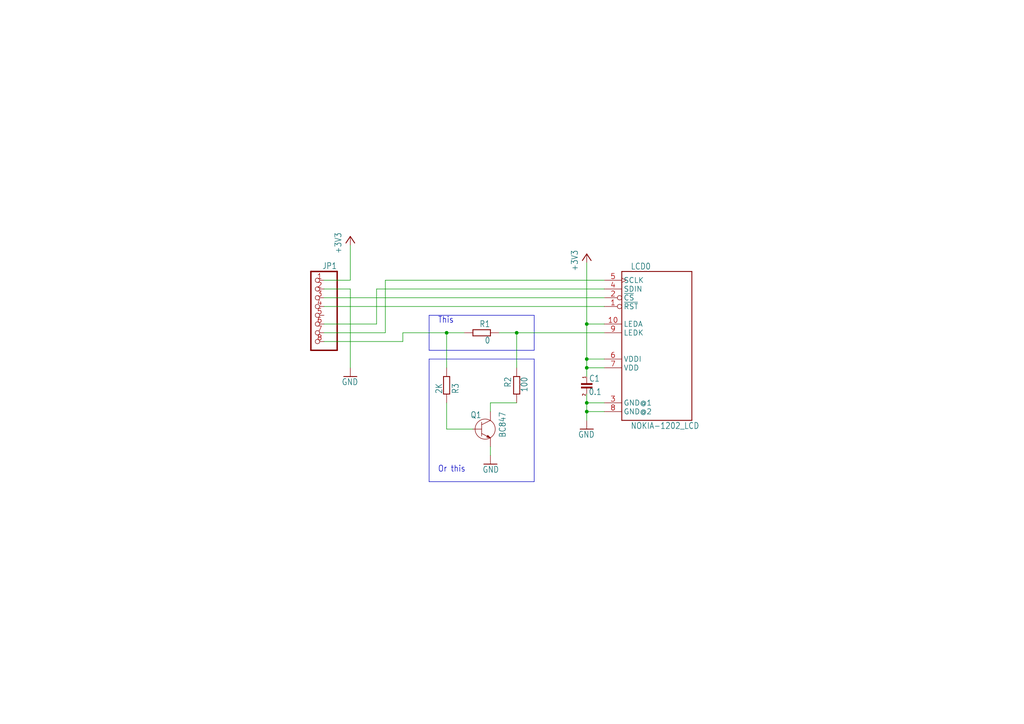
<source format=kicad_sch>
(kicad_sch
	(version 20250114)
	(generator "eeschema")
	(generator_version "9.0")
	(uuid "c49c627b-1c3e-42a8-8251-9263fc7af5f2")
	(paper "A4")
	(lib_symbols
		(symbol "Nokia 1202 breakout-eagle-import:+3V3"
			(power)
			(exclude_from_sim no)
			(in_bom yes)
			(on_board yes)
			(property "Reference" "#+3V3"
				(at 0 0 0)
				(effects
					(font
						(size 1.27 1.27)
					)
					(hide yes)
				)
			)
			(property "Value" ""
				(at -2.54 -5.08 90)
				(effects
					(font
						(size 1.778 1.5113)
					)
					(justify left bottom)
				)
			)
			(property "Footprint" ""
				(at 0 0 0)
				(effects
					(font
						(size 1.27 1.27)
					)
					(hide yes)
				)
			)
			(property "Datasheet" ""
				(at 0 0 0)
				(effects
					(font
						(size 1.27 1.27)
					)
					(hide yes)
				)
			)
			(property "Description" "SUPPLY SYMBOL"
				(at 0 0 0)
				(effects
					(font
						(size 1.27 1.27)
					)
					(hide yes)
				)
			)
			(property "ki_locked" ""
				(at 0 0 0)
				(effects
					(font
						(size 1.27 1.27)
					)
				)
			)
			(symbol "+3V3_1_0"
				(polyline
					(pts
						(xy 0 0) (xy -1.27 -1.905)
					)
					(stroke
						(width 0.254)
						(type solid)
					)
					(fill
						(type none)
					)
				)
				(polyline
					(pts
						(xy 1.27 -1.905) (xy 0 0)
					)
					(stroke
						(width 0.254)
						(type solid)
					)
					(fill
						(type none)
					)
				)
				(pin power_in line
					(at 0 -2.54 90)
					(length 2.54)
					(name "+3V3"
						(effects
							(font
								(size 0 0)
							)
						)
					)
					(number "1"
						(effects
							(font
								(size 0 0)
							)
						)
					)
				)
			)
			(embedded_fonts no)
		)
		(symbol "Nokia 1202 breakout-eagle-import:BC847"
			(exclude_from_sim no)
			(in_bom yes)
			(on_board yes)
			(property "Reference" "Q"
				(at 0 5.08 0)
				(effects
					(font
						(size 1.778 1.5113)
					)
					(justify right top)
				)
			)
			(property "Value" ""
				(at 5.08 5.08 90)
				(effects
					(font
						(size 1.778 1.5113)
					)
					(justify right top)
				)
			)
			(property "Footprint" "Nokia 1202 breakout:SOT23"
				(at 0 0 0)
				(effects
					(font
						(size 1.27 1.27)
					)
					(hide yes)
				)
			)
			(property "Datasheet" ""
				(at 0 0 0)
				(effects
					(font
						(size 1.27 1.27)
					)
					(hide yes)
				)
			)
			(property "Description" "Bipolar transistor NPN-structure"
				(at 0 0 0)
				(effects
					(font
						(size 1.27 1.27)
					)
					(hide yes)
				)
			)
			(property "ki_locked" ""
				(at 0 0 0)
				(effects
					(font
						(size 1.27 1.27)
					)
				)
			)
			(symbol "BC847_1_0"
				(polyline
					(pts
						(xy 0 2.032) (xy 0 1.27)
					)
					(stroke
						(width 0.1524)
						(type solid)
					)
					(fill
						(type none)
					)
				)
				(polyline
					(pts
						(xy 0 1.27) (xy 0 -1.27)
					)
					(stroke
						(width 0.1524)
						(type solid)
					)
					(fill
						(type none)
					)
				)
				(polyline
					(pts
						(xy 0 -1.27) (xy 0 -2.032)
					)
					(stroke
						(width 0.1524)
						(type solid)
					)
					(fill
						(type none)
					)
				)
				(polyline
					(pts
						(xy 0 -1.27) (xy 2.54 -2.54)
					)
					(stroke
						(width 0.1524)
						(type solid)
					)
					(fill
						(type none)
					)
				)
				(circle
					(center 1.016 0)
					(radius 2.921)
					(stroke
						(width 0.1524)
						(type solid)
					)
					(fill
						(type none)
					)
				)
				(polyline
					(pts
						(xy 1.4732 -2.3622) (xy 1.7526 -1.778)
					)
					(stroke
						(width 0.1524)
						(type solid)
					)
					(fill
						(type none)
					)
				)
				(polyline
					(pts
						(xy 1.4732 -2.3622) (xy 2.54 -2.54)
					)
					(stroke
						(width 0.1524)
						(type solid)
					)
					(fill
						(type none)
					)
				)
				(polyline
					(pts
						(xy 1.6002 -2.2352) (xy 2.032 -2.3368)
					)
					(stroke
						(width 0.1524)
						(type solid)
					)
					(fill
						(type none)
					)
				)
				(polyline
					(pts
						(xy 1.7272 -1.9558) (xy 2.2606 -2.3368)
					)
					(stroke
						(width 0.1524)
						(type solid)
					)
					(fill
						(type none)
					)
				)
				(polyline
					(pts
						(xy 1.7526 -1.778) (xy 2.54 -2.54)
					)
					(stroke
						(width 0.1524)
						(type solid)
					)
					(fill
						(type none)
					)
				)
				(polyline
					(pts
						(xy 2.54 2.54) (xy 0 1.27)
					)
					(stroke
						(width 0.1524)
						(type solid)
					)
					(fill
						(type none)
					)
				)
				(pin passive line
					(at -2.54 0 0)
					(length 2.54)
					(name "B"
						(effects
							(font
								(size 0 0)
							)
						)
					)
					(number "1"
						(effects
							(font
								(size 0 0)
							)
						)
					)
				)
				(pin passive line
					(at 2.54 5.08 270)
					(length 2.54)
					(name "C"
						(effects
							(font
								(size 0 0)
							)
						)
					)
					(number "3"
						(effects
							(font
								(size 0 0)
							)
						)
					)
				)
				(pin passive line
					(at 2.54 -5.08 90)
					(length 2.54)
					(name "E"
						(effects
							(font
								(size 0 0)
							)
						)
					)
					(number "2"
						(effects
							(font
								(size 0 0)
							)
						)
					)
				)
			)
			(embedded_fonts no)
		)
		(symbol "Nokia 1202 breakout-eagle-import:C_0805"
			(exclude_from_sim no)
			(in_bom yes)
			(on_board yes)
			(property "Reference" "C"
				(at 0.635 1.016 0)
				(effects
					(font
						(size 1.778 1.5113)
					)
					(justify left bottom)
				)
			)
			(property "Value" ""
				(at 0.508 -2.8575 0)
				(effects
					(font
						(size 1.778 1.5113)
					)
					(justify left bottom)
				)
			)
			(property "Footprint" "Nokia 1202 breakout:C0805"
				(at 0 0 0)
				(effects
					(font
						(size 1.27 1.27)
					)
					(hide yes)
				)
			)
			(property "Datasheet" ""
				(at 0 0 0)
				(effects
					(font
						(size 1.27 1.27)
					)
					(hide yes)
				)
			)
			(property "Description" "NON-POLARIZED CAP"
				(at 0 0 0)
				(effects
					(font
						(size 1.27 1.27)
					)
					(hide yes)
				)
			)
			(property "ki_locked" ""
				(at 0 0 0)
				(effects
					(font
						(size 1.27 1.27)
					)
				)
			)
			(symbol "C_0805_1_0"
				(polyline
					(pts
						(xy -1.524 0.508) (xy -1.524 0.254)
					)
					(stroke
						(width 0.254)
						(type solid)
					)
					(fill
						(type none)
					)
				)
				(polyline
					(pts
						(xy -1.524 0.254) (xy 1.524 0.254)
					)
					(stroke
						(width 0.254)
						(type solid)
					)
					(fill
						(type none)
					)
				)
				(polyline
					(pts
						(xy -1.524 -0.508) (xy 1.524 -0.508)
					)
					(stroke
						(width 0.254)
						(type solid)
					)
					(fill
						(type none)
					)
				)
				(polyline
					(pts
						(xy -1.524 -0.762) (xy -1.524 -0.508)
					)
					(stroke
						(width 0.254)
						(type solid)
					)
					(fill
						(type none)
					)
				)
				(polyline
					(pts
						(xy 0 2.54) (xy 0 0.635)
					)
					(stroke
						(width 0.1524)
						(type solid)
					)
					(fill
						(type none)
					)
				)
				(polyline
					(pts
						(xy 0 -2.54) (xy 0 -0.635)
					)
					(stroke
						(width 0.1524)
						(type solid)
					)
					(fill
						(type none)
					)
				)
				(polyline
					(pts
						(xy 1.524 0.508) (xy -1.524 0.508)
					)
					(stroke
						(width 0.254)
						(type solid)
					)
					(fill
						(type none)
					)
				)
				(polyline
					(pts
						(xy 1.524 0.254) (xy 1.524 0.508)
					)
					(stroke
						(width 0.254)
						(type solid)
					)
					(fill
						(type none)
					)
				)
				(polyline
					(pts
						(xy 1.524 -0.508) (xy 1.524 -0.762)
					)
					(stroke
						(width 0.254)
						(type solid)
					)
					(fill
						(type none)
					)
				)
				(polyline
					(pts
						(xy 1.524 -0.762) (xy -1.524 -0.762)
					)
					(stroke
						(width 0.254)
						(type solid)
					)
					(fill
						(type none)
					)
				)
				(text "1"
					(at -1.27 2.794 900)
					(effects
						(font
							(size 0.8636 0.734)
						)
						(justify right top)
					)
				)
				(text "2"
					(at -1.27 -2.286 900)
					(effects
						(font
							(size 0.8636 0.734)
						)
						(justify right top)
					)
				)
				(pin passive line
					(at 0 2.54 270)
					(length 0)
					(name "1"
						(effects
							(font
								(size 0 0)
							)
						)
					)
					(number "1"
						(effects
							(font
								(size 0 0)
							)
						)
					)
				)
				(pin passive line
					(at 0 -2.54 90)
					(length 0)
					(name "2"
						(effects
							(font
								(size 0 0)
							)
						)
					)
					(number "2"
						(effects
							(font
								(size 0 0)
							)
						)
					)
				)
			)
			(embedded_fonts no)
		)
		(symbol "Nokia 1202 breakout-eagle-import:GND"
			(power)
			(exclude_from_sim no)
			(in_bom yes)
			(on_board yes)
			(property "Reference" "#GND"
				(at 0 0 0)
				(effects
					(font
						(size 1.27 1.27)
					)
					(hide yes)
				)
			)
			(property "Value" ""
				(at -2.54 -2.54 0)
				(effects
					(font
						(size 1.778 1.5113)
					)
					(justify left bottom)
				)
			)
			(property "Footprint" ""
				(at 0 0 0)
				(effects
					(font
						(size 1.27 1.27)
					)
					(hide yes)
				)
			)
			(property "Datasheet" ""
				(at 0 0 0)
				(effects
					(font
						(size 1.27 1.27)
					)
					(hide yes)
				)
			)
			(property "Description" "SUPPLY SYMBOL"
				(at 0 0 0)
				(effects
					(font
						(size 1.27 1.27)
					)
					(hide yes)
				)
			)
			(property "ki_locked" ""
				(at 0 0 0)
				(effects
					(font
						(size 1.27 1.27)
					)
				)
			)
			(symbol "GND_1_0"
				(polyline
					(pts
						(xy -1.905 0) (xy 1.905 0)
					)
					(stroke
						(width 0.254)
						(type solid)
					)
					(fill
						(type none)
					)
				)
				(pin power_in line
					(at 0 2.54 270)
					(length 2.54)
					(name "GND"
						(effects
							(font
								(size 0 0)
							)
						)
					)
					(number "1"
						(effects
							(font
								(size 0 0)
							)
						)
					)
				)
			)
			(embedded_fonts no)
		)
		(symbol "Nokia 1202 breakout-eagle-import:NOKIA-1202_LCD"
			(exclude_from_sim no)
			(in_bom yes)
			(on_board yes)
			(property "Reference" ""
				(at -7.62 23.368 0)
				(effects
					(font
						(size 1.778 1.5113)
					)
					(justify left bottom)
				)
			)
			(property "Value" ""
				(at -7.62 -22.86 0)
				(effects
					(font
						(size 1.778 1.5113)
					)
					(justify left bottom)
				)
			)
			(property "Footprint" "Nokia 1202 breakout:NOKIA-1202_LCD"
				(at 0 0 0)
				(effects
					(font
						(size 1.27 1.27)
					)
					(hide yes)
				)
			)
			(property "Datasheet" ""
				(at 0 0 0)
				(effects
					(font
						(size 1.27 1.27)
					)
					(hide yes)
				)
			)
			(property "Description" ""
				(at 0 0 0)
				(effects
					(font
						(size 1.27 1.27)
					)
					(hide yes)
				)
			)
			(property "ki_locked" ""
				(at 0 0 0)
				(effects
					(font
						(size 1.27 1.27)
					)
				)
			)
			(symbol "NOKIA-1202_LCD_1_0"
				(polyline
					(pts
						(xy -10.16 22.86) (xy 10.16 22.86)
					)
					(stroke
						(width 0.254)
						(type solid)
					)
					(fill
						(type none)
					)
				)
				(polyline
					(pts
						(xy -10.16 -20.32) (xy -10.16 22.86)
					)
					(stroke
						(width 0.254)
						(type solid)
					)
					(fill
						(type none)
					)
				)
				(polyline
					(pts
						(xy 10.16 22.86) (xy 10.16 -20.32)
					)
					(stroke
						(width 0.254)
						(type solid)
					)
					(fill
						(type none)
					)
				)
				(polyline
					(pts
						(xy 10.16 -20.32) (xy -10.16 -20.32)
					)
					(stroke
						(width 0.254)
						(type solid)
					)
					(fill
						(type none)
					)
				)
				(pin input clock
					(at -15.24 20.32 0)
					(length 5.08)
					(name "SCLK"
						(effects
							(font
								(size 1.524 1.524)
							)
						)
					)
					(number "5"
						(effects
							(font
								(size 1.524 1.524)
							)
						)
					)
				)
				(pin input line
					(at -15.24 17.78 0)
					(length 5.08)
					(name "SDIN"
						(effects
							(font
								(size 1.524 1.524)
							)
						)
					)
					(number "4"
						(effects
							(font
								(size 1.524 1.524)
							)
						)
					)
				)
				(pin input inverted
					(at -15.24 15.24 0)
					(length 5.08)
					(name "~{CS}"
						(effects
							(font
								(size 1.524 1.524)
							)
						)
					)
					(number "2"
						(effects
							(font
								(size 1.524 1.524)
							)
						)
					)
				)
				(pin input inverted
					(at -15.24 12.7 0)
					(length 5.08)
					(name "~{RST}"
						(effects
							(font
								(size 1.524 1.524)
							)
						)
					)
					(number "1"
						(effects
							(font
								(size 1.524 1.524)
							)
						)
					)
				)
				(pin passive line
					(at -15.24 7.62 0)
					(length 5.08)
					(name "LEDA"
						(effects
							(font
								(size 1.524 1.524)
							)
						)
					)
					(number "10"
						(effects
							(font
								(size 1.524 1.524)
							)
						)
					)
				)
				(pin passive line
					(at -15.24 5.08 0)
					(length 5.08)
					(name "LEDK"
						(effects
							(font
								(size 1.524 1.524)
							)
						)
					)
					(number "9"
						(effects
							(font
								(size 1.524 1.524)
							)
						)
					)
				)
				(pin power_in line
					(at -15.24 -2.54 0)
					(length 5.08)
					(name "VDDI"
						(effects
							(font
								(size 1.524 1.524)
							)
						)
					)
					(number "6"
						(effects
							(font
								(size 1.524 1.524)
							)
						)
					)
				)
				(pin power_in line
					(at -15.24 -5.08 0)
					(length 5.08)
					(name "VDD"
						(effects
							(font
								(size 1.524 1.524)
							)
						)
					)
					(number "7"
						(effects
							(font
								(size 1.524 1.524)
							)
						)
					)
				)
				(pin power_in line
					(at -15.24 -15.24 0)
					(length 5.08)
					(name "GND@1"
						(effects
							(font
								(size 1.524 1.524)
							)
						)
					)
					(number "3"
						(effects
							(font
								(size 1.524 1.524)
							)
						)
					)
				)
				(pin power_in line
					(at -15.24 -17.78 0)
					(length 5.08)
					(name "GND@2"
						(effects
							(font
								(size 1.524 1.524)
							)
						)
					)
					(number "8"
						(effects
							(font
								(size 1.524 1.524)
							)
						)
					)
				)
			)
			(embedded_fonts no)
		)
		(symbol "Nokia 1202 breakout-eagle-import:PINHD-1X8"
			(exclude_from_sim no)
			(in_bom yes)
			(on_board yes)
			(property "Reference" "JP"
				(at -6.35 13.335 0)
				(effects
					(font
						(size 1.778 1.5113)
					)
					(justify left bottom)
				)
			)
			(property "Value" ""
				(at -6.35 -12.7 0)
				(effects
					(font
						(size 1.778 1.5113)
					)
					(justify left bottom)
				)
			)
			(property "Footprint" "Nokia 1202 breakout:1X08"
				(at 0 0 0)
				(effects
					(font
						(size 1.27 1.27)
					)
					(hide yes)
				)
			)
			(property "Datasheet" ""
				(at 0 0 0)
				(effects
					(font
						(size 1.27 1.27)
					)
					(hide yes)
				)
			)
			(property "Description" "PIN HEADER"
				(at 0 0 0)
				(effects
					(font
						(size 1.27 1.27)
					)
					(hide yes)
				)
			)
			(property "ki_locked" ""
				(at 0 0 0)
				(effects
					(font
						(size 1.27 1.27)
					)
				)
			)
			(symbol "PINHD-1X8_1_0"
				(polyline
					(pts
						(xy -6.35 12.7) (xy -6.35 -10.16)
					)
					(stroke
						(width 0.4064)
						(type solid)
					)
					(fill
						(type none)
					)
				)
				(polyline
					(pts
						(xy -6.35 -10.16) (xy 1.27 -10.16)
					)
					(stroke
						(width 0.4064)
						(type solid)
					)
					(fill
						(type none)
					)
				)
				(polyline
					(pts
						(xy 1.27 12.7) (xy -6.35 12.7)
					)
					(stroke
						(width 0.4064)
						(type solid)
					)
					(fill
						(type none)
					)
				)
				(polyline
					(pts
						(xy 1.27 -10.16) (xy 1.27 12.7)
					)
					(stroke
						(width 0.4064)
						(type solid)
					)
					(fill
						(type none)
					)
				)
				(pin passive inverted
					(at -2.54 10.16 0)
					(length 2.54)
					(name "1"
						(effects
							(font
								(size 0 0)
							)
						)
					)
					(number "1"
						(effects
							(font
								(size 1.524 1.524)
							)
						)
					)
				)
				(pin passive inverted
					(at -2.54 7.62 0)
					(length 2.54)
					(name "2"
						(effects
							(font
								(size 0 0)
							)
						)
					)
					(number "2"
						(effects
							(font
								(size 1.524 1.524)
							)
						)
					)
				)
				(pin passive inverted
					(at -2.54 5.08 0)
					(length 2.54)
					(name "3"
						(effects
							(font
								(size 0 0)
							)
						)
					)
					(number "3"
						(effects
							(font
								(size 1.524 1.524)
							)
						)
					)
				)
				(pin passive inverted
					(at -2.54 2.54 0)
					(length 2.54)
					(name "4"
						(effects
							(font
								(size 0 0)
							)
						)
					)
					(number "4"
						(effects
							(font
								(size 1.524 1.524)
							)
						)
					)
				)
				(pin passive inverted
					(at -2.54 0 0)
					(length 2.54)
					(name "5"
						(effects
							(font
								(size 0 0)
							)
						)
					)
					(number "5"
						(effects
							(font
								(size 1.524 1.524)
							)
						)
					)
				)
				(pin passive inverted
					(at -2.54 -2.54 0)
					(length 2.54)
					(name "6"
						(effects
							(font
								(size 0 0)
							)
						)
					)
					(number "6"
						(effects
							(font
								(size 1.524 1.524)
							)
						)
					)
				)
				(pin passive inverted
					(at -2.54 -5.08 0)
					(length 2.54)
					(name "7"
						(effects
							(font
								(size 0 0)
							)
						)
					)
					(number "7"
						(effects
							(font
								(size 1.524 1.524)
							)
						)
					)
				)
				(pin passive inverted
					(at -2.54 -7.62 0)
					(length 2.54)
					(name "8"
						(effects
							(font
								(size 0 0)
							)
						)
					)
					(number "8"
						(effects
							(font
								(size 1.524 1.524)
							)
						)
					)
				)
			)
			(embedded_fonts no)
		)
		(symbol "Nokia 1202 breakout-eagle-import:R_0805"
			(exclude_from_sim no)
			(in_bom yes)
			(on_board yes)
			(property "Reference" "R"
				(at -2.54 1.5875 0)
				(effects
					(font
						(size 1.778 1.5113)
					)
					(justify left bottom)
				)
			)
			(property "Value" ""
				(at -2.54 -3.175 0)
				(effects
					(font
						(size 1.778 1.5113)
					)
					(justify left bottom)
				)
			)
			(property "Footprint" "Nokia 1202 breakout:R0805"
				(at 0 0 0)
				(effects
					(font
						(size 1.27 1.27)
					)
					(hide yes)
				)
			)
			(property "Datasheet" ""
				(at 0 0 0)
				(effects
					(font
						(size 1.27 1.27)
					)
					(hide yes)
				)
			)
			(property "Description" "RESISTOR"
				(at 0 0 0)
				(effects
					(font
						(size 1.27 1.27)
					)
					(hide yes)
				)
			)
			(property "ki_locked" ""
				(at 0 0 0)
				(effects
					(font
						(size 1.27 1.27)
					)
				)
			)
			(symbol "R_0805_1_0"
				(polyline
					(pts
						(xy -2.54 0.889) (xy 2.54 0.889)
					)
					(stroke
						(width 0.254)
						(type solid)
					)
					(fill
						(type none)
					)
				)
				(polyline
					(pts
						(xy -2.54 -0.889) (xy -2.54 0.889)
					)
					(stroke
						(width 0.254)
						(type solid)
					)
					(fill
						(type none)
					)
				)
				(polyline
					(pts
						(xy 2.54 0.889) (xy 2.54 -0.889)
					)
					(stroke
						(width 0.254)
						(type solid)
					)
					(fill
						(type none)
					)
				)
				(polyline
					(pts
						(xy 2.54 -0.889) (xy -2.54 -0.889)
					)
					(stroke
						(width 0.254)
						(type solid)
					)
					(fill
						(type none)
					)
				)
				(pin passive line
					(at -5.08 0 0)
					(length 2.54)
					(name "1"
						(effects
							(font
								(size 0 0)
							)
						)
					)
					(number "1"
						(effects
							(font
								(size 0 0)
							)
						)
					)
				)
				(pin passive line
					(at 5.08 0 180)
					(length 2.54)
					(name "2"
						(effects
							(font
								(size 0 0)
							)
						)
					)
					(number "2"
						(effects
							(font
								(size 0 0)
							)
						)
					)
				)
			)
			(embedded_fonts no)
		)
	)
	(text "This"
		(exclude_from_sim no)
		(at 127 93.98 0)
		(effects
			(font
				(size 1.778 1.5113)
			)
			(justify left bottom)
		)
		(uuid "3d8f741b-58a4-46ea-9bc6-31f1a4fbf8f0")
	)
	(text "Or this"
		(exclude_from_sim no)
		(at 127 137.16 0)
		(effects
			(font
				(size 1.778 1.5113)
			)
			(justify left bottom)
		)
		(uuid "b8bbf9ac-0b51-47df-b736-4ea5f1f62e44")
	)
	(junction
		(at 170.18 93.98)
		(diameter 0)
		(color 0 0 0 0)
		(uuid "0498ef21-7611-482f-834a-d114472e1019")
	)
	(junction
		(at 170.18 116.84)
		(diameter 0)
		(color 0 0 0 0)
		(uuid "06631fac-7364-45b9-b0d4-ae897326d3d9")
	)
	(junction
		(at 170.18 104.14)
		(diameter 0)
		(color 0 0 0 0)
		(uuid "0a70e7f7-b261-4171-9e27-b3347a9529bf")
	)
	(junction
		(at 129.54 96.52)
		(diameter 0)
		(color 0 0 0 0)
		(uuid "1962783b-859b-44c5-9d99-5f304b03649f")
	)
	(junction
		(at 170.18 106.68)
		(diameter 0)
		(color 0 0 0 0)
		(uuid "b6eef17d-be8e-48a8-bbdb-b444262993c9")
	)
	(junction
		(at 149.86 96.52)
		(diameter 0)
		(color 0 0 0 0)
		(uuid "d7ff6ce6-bf52-4ce2-a592-e55ba77e2681")
	)
	(junction
		(at 170.18 119.38)
		(diameter 0)
		(color 0 0 0 0)
		(uuid "d82e4fdd-d31b-4e68-900f-7103d758b2aa")
	)
	(wire
		(pts
			(xy 175.26 106.68) (xy 170.18 106.68)
		)
		(stroke
			(width 0.1524)
			(type solid)
		)
		(uuid "02b60094-fc6f-4d66-9519-90c78b037e5d")
	)
	(wire
		(pts
			(xy 111.76 81.28) (xy 175.26 81.28)
		)
		(stroke
			(width 0.1524)
			(type solid)
		)
		(uuid "05672aba-3421-461a-8c56-c7a0e03a3f07")
	)
	(wire
		(pts
			(xy 175.26 93.98) (xy 170.18 93.98)
		)
		(stroke
			(width 0.1524)
			(type solid)
		)
		(uuid "0e7d6690-bcaa-47a7-ae03-0babad9040db")
	)
	(wire
		(pts
			(xy 111.76 96.52) (xy 111.76 81.28)
		)
		(stroke
			(width 0.1524)
			(type solid)
		)
		(uuid "110ace95-6e2b-4609-a988-4a5fda6eacf3")
	)
	(wire
		(pts
			(xy 116.84 96.52) (xy 129.54 96.52)
		)
		(stroke
			(width 0.1524)
			(type solid)
		)
		(uuid "1177c259-2883-43b5-bf02-d4f0ff5b13ce")
	)
	(polyline
		(pts
			(xy 124.46 104.14) (xy 124.46 139.7)
		)
		(stroke
			(width 0.1524)
			(type solid)
		)
		(uuid "12dbb2aa-1632-4a9b-a360-bd99d4cf59d9")
	)
	(wire
		(pts
			(xy 93.98 88.9) (xy 175.26 88.9)
		)
		(stroke
			(width 0.1524)
			(type solid)
		)
		(uuid "195207b7-5ec1-49f2-93be-92fe9c72b4a5")
	)
	(wire
		(pts
			(xy 142.24 116.84) (xy 142.24 119.38)
		)
		(stroke
			(width 0.1524)
			(type solid)
		)
		(uuid "233a97bc-68c0-4330-b8bd-9b3e1dd88c4c")
	)
	(wire
		(pts
			(xy 93.98 96.52) (xy 111.76 96.52)
		)
		(stroke
			(width 0.1524)
			(type solid)
		)
		(uuid "34114c5a-7b25-46f3-8837-14804f21ca68")
	)
	(wire
		(pts
			(xy 93.98 93.98) (xy 109.22 93.98)
		)
		(stroke
			(width 0.1524)
			(type solid)
		)
		(uuid "40a0004b-43ed-4f31-9eb8-c40af3888e4f")
	)
	(wire
		(pts
			(xy 149.86 116.84) (xy 142.24 116.84)
		)
		(stroke
			(width 0.1524)
			(type solid)
		)
		(uuid "4436eb36-632c-47e8-8efd-a7c8f61a92d3")
	)
	(wire
		(pts
			(xy 170.18 119.38) (xy 170.18 121.92)
		)
		(stroke
			(width 0.1524)
			(type solid)
		)
		(uuid "44dde5f0-8e42-401d-845e-73492243eda4")
	)
	(wire
		(pts
			(xy 175.26 96.52) (xy 149.86 96.52)
		)
		(stroke
			(width 0.1524)
			(type solid)
		)
		(uuid "4ae58f7a-1115-4390-a8b8-4b13611aa328")
	)
	(wire
		(pts
			(xy 129.54 106.68) (xy 129.54 96.52)
		)
		(stroke
			(width 0.1524)
			(type solid)
		)
		(uuid "4fc69474-e44c-4908-92d8-958e484f61f7")
	)
	(polyline
		(pts
			(xy 124.46 91.44) (xy 154.94 91.44)
		)
		(stroke
			(width 0.1524)
			(type solid)
		)
		(uuid "582e33ee-ee3e-4f8c-926c-dc0b7fe2b1e7")
	)
	(wire
		(pts
			(xy 116.84 99.06) (xy 116.84 96.52)
		)
		(stroke
			(width 0.1524)
			(type solid)
		)
		(uuid "61eb87ff-6714-4f4c-a268-c6677e27ccd2")
	)
	(polyline
		(pts
			(xy 124.46 139.7) (xy 154.94 139.7)
		)
		(stroke
			(width 0.1524)
			(type solid)
		)
		(uuid "66d1d1bd-07c6-4387-974a-d4fe9359d999")
	)
	(wire
		(pts
			(xy 134.62 96.52) (xy 129.54 96.52)
		)
		(stroke
			(width 0.1524)
			(type solid)
		)
		(uuid "70a915c1-24e2-4e34-ab00-a682b8a142b0")
	)
	(wire
		(pts
			(xy 109.22 93.98) (xy 109.22 83.82)
		)
		(stroke
			(width 0.1524)
			(type solid)
		)
		(uuid "755ca5d2-2bd4-48cf-b96a-dac63ceb098e")
	)
	(wire
		(pts
			(xy 149.86 96.52) (xy 144.78 96.52)
		)
		(stroke
			(width 0.1524)
			(type solid)
		)
		(uuid "784d3f0b-b6f5-44fe-982d-928ffcf6c43f")
	)
	(wire
		(pts
			(xy 109.22 83.82) (xy 175.26 83.82)
		)
		(stroke
			(width 0.1524)
			(type solid)
		)
		(uuid "7964ce5e-04c3-43ca-8df1-58b06f569184")
	)
	(polyline
		(pts
			(xy 154.94 139.7) (xy 154.94 104.14)
		)
		(stroke
			(width 0.1524)
			(type solid)
		)
		(uuid "86b944a2-cd01-465b-8f10-8ae15a13a48a")
	)
	(wire
		(pts
			(xy 93.98 81.28) (xy 101.6 81.28)
		)
		(stroke
			(width 0.1524)
			(type solid)
		)
		(uuid "92a0c29e-26a6-4553-a15d-07505bb69b25")
	)
	(wire
		(pts
			(xy 170.18 93.98) (xy 170.18 76.2)
		)
		(stroke
			(width 0.1524)
			(type solid)
		)
		(uuid "94705470-298b-4adf-8f6f-a69203ff6a65")
	)
	(wire
		(pts
			(xy 101.6 83.82) (xy 101.6 106.68)
		)
		(stroke
			(width 0.1524)
			(type solid)
		)
		(uuid "9d93b47a-7386-4d4e-8a8c-896fb7f7a9ad")
	)
	(wire
		(pts
			(xy 170.18 104.14) (xy 170.18 93.98)
		)
		(stroke
			(width 0.1524)
			(type solid)
		)
		(uuid "a66d0d8e-c701-4632-b37e-d65e8de511f0")
	)
	(wire
		(pts
			(xy 101.6 81.28) (xy 101.6 71.12)
		)
		(stroke
			(width 0.1524)
			(type solid)
		)
		(uuid "b5bc65f7-f14c-423d-9d78-55e5a699f788")
	)
	(wire
		(pts
			(xy 175.26 119.38) (xy 170.18 119.38)
		)
		(stroke
			(width 0.1524)
			(type solid)
		)
		(uuid "b9c18b94-9dd8-4333-b3a3-dcd1a05719b7")
	)
	(wire
		(pts
			(xy 93.98 99.06) (xy 116.84 99.06)
		)
		(stroke
			(width 0.1524)
			(type solid)
		)
		(uuid "c1a37034-4d6a-4f85-abc3-bbdc0b0d55d5")
	)
	(wire
		(pts
			(xy 93.98 86.36) (xy 175.26 86.36)
		)
		(stroke
			(width 0.1524)
			(type solid)
		)
		(uuid "c2ea19c6-b4dc-4ec7-8808-6d05c64d392b")
	)
	(wire
		(pts
			(xy 170.18 104.14) (xy 175.26 104.14)
		)
		(stroke
			(width 0.1524)
			(type solid)
		)
		(uuid "c8cdf2d9-9772-4832-a41a-bdc2d68843be")
	)
	(wire
		(pts
			(xy 137.16 124.46) (xy 129.54 124.46)
		)
		(stroke
			(width 0.1524)
			(type solid)
		)
		(uuid "ce5f49f8-52b7-4838-b160-f2ca365a856c")
	)
	(wire
		(pts
			(xy 170.18 119.38) (xy 170.18 116.84)
		)
		(stroke
			(width 0.1524)
			(type solid)
		)
		(uuid "d081ed3e-3ae8-4aa9-8c75-b3445674749d")
	)
	(wire
		(pts
			(xy 170.18 109.22) (xy 170.18 106.68)
		)
		(stroke
			(width 0.1524)
			(type solid)
		)
		(uuid "db2c2092-80e2-4263-a371-921224c05ad9")
	)
	(wire
		(pts
			(xy 149.86 96.52) (xy 149.86 106.68)
		)
		(stroke
			(width 0.1524)
			(type solid)
		)
		(uuid "df400b80-23a3-4b3d-a201-2130fa08af76")
	)
	(polyline
		(pts
			(xy 124.46 101.6) (xy 124.46 91.44)
		)
		(stroke
			(width 0.1524)
			(type solid)
		)
		(uuid "e0f4a4d7-27fa-4f7a-9650-a2bd536ef787")
	)
	(wire
		(pts
			(xy 93.98 83.82) (xy 101.6 83.82)
		)
		(stroke
			(width 0.1524)
			(type solid)
		)
		(uuid "e5433358-9b45-4d39-9def-e3541ae5eb1c")
	)
	(wire
		(pts
			(xy 129.54 124.46) (xy 129.54 116.84)
		)
		(stroke
			(width 0.1524)
			(type solid)
		)
		(uuid "ec61c0d3-268a-4b33-93cf-7be2d822283b")
	)
	(wire
		(pts
			(xy 142.24 132.08) (xy 142.24 129.54)
		)
		(stroke
			(width 0.1524)
			(type solid)
		)
		(uuid "ef49f61e-e34b-4544-8a39-4a0051ba0d69")
	)
	(polyline
		(pts
			(xy 154.94 91.44) (xy 154.94 101.6)
		)
		(stroke
			(width 0.1524)
			(type solid)
		)
		(uuid "f1c08d8b-a256-429f-a0da-57eee02f39de")
	)
	(polyline
		(pts
			(xy 154.94 101.6) (xy 124.46 101.6)
		)
		(stroke
			(width 0.1524)
			(type solid)
		)
		(uuid "f423e99d-9c95-44be-b757-aa470209fe1e")
	)
	(wire
		(pts
			(xy 175.26 116.84) (xy 170.18 116.84)
		)
		(stroke
			(width 0.1524)
			(type solid)
		)
		(uuid "f6d6e4bc-7584-4329-bf89-d654eef70e9b")
	)
	(wire
		(pts
			(xy 170.18 116.84) (xy 170.18 114.3)
		)
		(stroke
			(width 0.1524)
			(type solid)
		)
		(uuid "fd029158-66d5-4265-8375-83646f4b1acc")
	)
	(polyline
		(pts
			(xy 154.94 104.14) (xy 124.46 104.14)
		)
		(stroke
			(width 0.1524)
			(type solid)
		)
		(uuid "ff1de0ae-ceab-4b9e-8640-215af4a32d77")
	)
	(wire
		(pts
			(xy 170.18 104.14) (xy 170.18 106.68)
		)
		(stroke
			(width 0.1524)
			(type solid)
		)
		(uuid "ffc4b7a5-5627-4d61-a7ff-fcfd1885f883")
	)
	(symbol
		(lib_id "Nokia 1202 breakout-eagle-import:R_0805")
		(at 149.86 111.76 90)
		(mirror x)
		(unit 1)
		(exclude_from_sim no)
		(in_bom yes)
		(on_board yes)
		(dnp no)
		(uuid "005741f1-63a0-4e17-9f0f-30e7105ba476")
		(property "Reference" "R2"
			(at 148.2725 109.22 0)
			(effects
				(font
					(size 1.778 1.5113)
				)
				(justify left bottom)
			)
		)
		(property "Value" "100"
			(at 153.035 109.22 0)
			(effects
				(font
					(size 1.778 1.5113)
				)
				(justify left bottom)
			)
		)
		(property "Footprint" "Resistor_SMD:R_1206_3216Metric_Pad1.30x1.75mm_HandSolder"
			(at 149.86 111.76 0)
			(effects
				(font
					(size 1.27 1.27)
				)
				(hide yes)
			)
		)
		(property "Datasheet" ""
			(at 149.86 111.76 0)
			(effects
				(font
					(size 1.27 1.27)
				)
				(hide yes)
			)
		)
		(property "Description" ""
			(at 149.86 111.76 0)
			(effects
				(font
					(size 1.27 1.27)
				)
				(hide yes)
			)
		)
		(pin "1"
			(uuid "8ba50263-04e4-4ec3-bf7b-da1544c14000")
		)
		(pin "2"
			(uuid "871af791-f21c-436b-8251-d682f3441cfb")
		)
		(instances
			(project ""
				(path "/c49c627b-1c3e-42a8-8251-9263fc7af5f2"
					(reference "R2")
					(unit 1)
				)
			)
		)
	)
	(symbol
		(lib_id "Nokia 1202 breakout-eagle-import:R_0805")
		(at 129.54 111.76 270)
		(mirror x)
		(unit 1)
		(exclude_from_sim no)
		(in_bom yes)
		(on_board yes)
		(dnp no)
		(uuid "27dd9cc2-acf8-4458-bb4f-78b85dca25af")
		(property "Reference" "R3"
			(at 131.1275 114.3 0)
			(effects
				(font
					(size 1.778 1.5113)
				)
				(justify left bottom)
			)
		)
		(property "Value" "2K"
			(at 126.365 114.3 0)
			(effects
				(font
					(size 1.778 1.5113)
				)
				(justify left bottom)
			)
		)
		(property "Footprint" "Resistor_SMD:R_1206_3216Metric_Pad1.30x1.75mm_HandSolder"
			(at 129.54 111.76 0)
			(effects
				(font
					(size 1.27 1.27)
				)
				(hide yes)
			)
		)
		(property "Datasheet" ""
			(at 129.54 111.76 0)
			(effects
				(font
					(size 1.27 1.27)
				)
				(hide yes)
			)
		)
		(property "Description" ""
			(at 129.54 111.76 0)
			(effects
				(font
					(size 1.27 1.27)
				)
				(hide yes)
			)
		)
		(pin "1"
			(uuid "92463847-5096-40c1-b446-7a4e2cf77091")
		)
		(pin "2"
			(uuid "12f7a9e3-c2ec-4647-af70-42944b4eda45")
		)
		(instances
			(project ""
				(path "/c49c627b-1c3e-42a8-8251-9263fc7af5f2"
					(reference "R3")
					(unit 1)
				)
			)
		)
	)
	(symbol
		(lib_id "Nokia 1202 breakout-eagle-import:+3V3")
		(at 101.6 68.58 0)
		(unit 1)
		(exclude_from_sim no)
		(in_bom yes)
		(on_board yes)
		(dnp no)
		(uuid "4e720f9d-e6df-477e-8425-a1cd781eaa03")
		(property "Reference" "#+3V4"
			(at 101.6 68.58 0)
			(effects
				(font
					(size 1.27 1.27)
				)
				(hide yes)
			)
		)
		(property "Value" "+3V3"
			(at 99.06 73.66 90)
			(effects
				(font
					(size 1.778 1.5113)
				)
				(justify left bottom)
			)
		)
		(property "Footprint" ""
			(at 101.6 68.58 0)
			(effects
				(font
					(size 1.27 1.27)
				)
				(hide yes)
			)
		)
		(property "Datasheet" ""
			(at 101.6 68.58 0)
			(effects
				(font
					(size 1.27 1.27)
				)
				(hide yes)
			)
		)
		(property "Description" ""
			(at 101.6 68.58 0)
			(effects
				(font
					(size 1.27 1.27)
				)
				(hide yes)
			)
		)
		(pin "1"
			(uuid "01e9f521-5a44-46d1-a432-eadce423c921")
		)
		(instances
			(project ""
				(path "/c49c627b-1c3e-42a8-8251-9263fc7af5f2"
					(reference "#+3V4")
					(unit 1)
				)
			)
		)
	)
	(symbol
		(lib_id "Nokia 1202 breakout-eagle-import:PINHD-1X8")
		(at 91.44 91.44 0)
		(mirror y)
		(unit 1)
		(exclude_from_sim no)
		(in_bom yes)
		(on_board yes)
		(dnp no)
		(uuid "508e250d-7545-4ddd-8abe-793e34a35200")
		(property "Reference" "JP1"
			(at 97.79 78.105 0)
			(effects
				(font
					(size 1.778 1.5113)
				)
				(justify left bottom)
			)
		)
		(property "Value" "PINHD-1X8"
			(at 97.79 104.14 0)
			(effects
				(font
					(size 1.778 1.5113)
				)
				(justify left bottom)
				(hide yes)
			)
		)
		(property "Footprint" "Nokia 1202 breakout:1X08"
			(at 91.44 91.44 0)
			(effects
				(font
					(size 1.27 1.27)
				)
				(hide yes)
			)
		)
		(property "Datasheet" ""
			(at 91.44 91.44 0)
			(effects
				(font
					(size 1.27 1.27)
				)
				(hide yes)
			)
		)
		(property "Description" ""
			(at 91.44 91.44 0)
			(effects
				(font
					(size 1.27 1.27)
				)
				(hide yes)
			)
		)
		(pin "7"
			(uuid "8f71d019-5f14-4fba-993c-ae5cfd0a9dcf")
		)
		(pin "4"
			(uuid "c78eb438-a578-495c-b02e-d1a5e020ffa7")
		)
		(pin "6"
			(uuid "2bc1fa4e-9408-4cde-9042-950129ee6c40")
		)
		(pin "5"
			(uuid "ca6a5049-0934-440b-a6e0-96b74b8cd7bc")
		)
		(pin "1"
			(uuid "b63e7d78-7daa-4eba-a603-3ffceaafdf1e")
		)
		(pin "2"
			(uuid "4750b5c4-f9e8-43a6-afcf-f058a9472035")
		)
		(pin "3"
			(uuid "dbb13cb8-a09c-4600-9c45-e7bab2d66348")
		)
		(pin "8"
			(uuid "1b4562d3-3ba4-4502-8092-8b07ea43bf35")
		)
		(instances
			(project ""
				(path "/c49c627b-1c3e-42a8-8251-9263fc7af5f2"
					(reference "JP1")
					(unit 1)
				)
			)
		)
	)
	(symbol
		(lib_id "Nokia 1202 breakout-eagle-import:BC847")
		(at 139.7 124.46 0)
		(unit 1)
		(exclude_from_sim no)
		(in_bom yes)
		(on_board yes)
		(dnp no)
		(uuid "54ff566a-6cc0-479c-abd6-439a0a0588f0")
		(property "Reference" "Q1"
			(at 139.7 119.38 0)
			(effects
				(font
					(size 1.778 1.5113)
				)
				(justify right top)
			)
		)
		(property "Value" "BC847"
			(at 144.78 119.38 90)
			(effects
				(font
					(size 1.778 1.5113)
				)
				(justify right top)
			)
		)
		(property "Footprint" "Nokia 1202 breakout:SOT23"
			(at 139.7 124.46 0)
			(effects
				(font
					(size 1.27 1.27)
				)
				(hide yes)
			)
		)
		(property "Datasheet" ""
			(at 139.7 124.46 0)
			(effects
				(font
					(size 1.27 1.27)
				)
				(hide yes)
			)
		)
		(property "Description" ""
			(at 139.7 124.46 0)
			(effects
				(font
					(size 1.27 1.27)
				)
				(hide yes)
			)
		)
		(pin "3"
			(uuid "52a2c9ad-9c23-4416-a2b4-07175c5fa70d")
		)
		(pin "2"
			(uuid "3f8f049f-3543-48a0-b8d6-de9d2b6a019f")
		)
		(pin "1"
			(uuid "64f12f0c-7922-414a-8f82-80aeb70c9a2e")
		)
		(instances
			(project ""
				(path "/c49c627b-1c3e-42a8-8251-9263fc7af5f2"
					(reference "Q1")
					(unit 1)
				)
			)
		)
	)
	(symbol
		(lib_id "Nokia 1202 breakout-eagle-import:GND")
		(at 170.18 124.46 0)
		(unit 1)
		(exclude_from_sim no)
		(in_bom yes)
		(on_board yes)
		(dnp no)
		(uuid "6733954e-3fa6-4046-ba30-4b82d3bb0694")
		(property "Reference" "#GND1"
			(at 170.18 124.46 0)
			(effects
				(font
					(size 1.27 1.27)
				)
				(hide yes)
			)
		)
		(property "Value" "GND"
			(at 167.64 127 0)
			(effects
				(font
					(size 1.778 1.5113)
				)
				(justify left bottom)
			)
		)
		(property "Footprint" ""
			(at 170.18 124.46 0)
			(effects
				(font
					(size 1.27 1.27)
				)
				(hide yes)
			)
		)
		(property "Datasheet" ""
			(at 170.18 124.46 0)
			(effects
				(font
					(size 1.27 1.27)
				)
				(hide yes)
			)
		)
		(property "Description" ""
			(at 170.18 124.46 0)
			(effects
				(font
					(size 1.27 1.27)
				)
				(hide yes)
			)
		)
		(pin "1"
			(uuid "f5b8db10-ccc7-4fa9-a993-e7357081600d")
		)
		(instances
			(project ""
				(path "/c49c627b-1c3e-42a8-8251-9263fc7af5f2"
					(reference "#GND1")
					(unit 1)
				)
			)
		)
	)
	(symbol
		(lib_id "Nokia 1202 breakout-eagle-import:GND")
		(at 101.6 109.22 0)
		(unit 1)
		(exclude_from_sim no)
		(in_bom yes)
		(on_board yes)
		(dnp no)
		(uuid "6cf9933c-1a86-483c-b116-53e8ee05c6f8")
		(property "Reference" "#GND3"
			(at 101.6 109.22 0)
			(effects
				(font
					(size 1.27 1.27)
				)
				(hide yes)
			)
		)
		(property "Value" "GND"
			(at 99.06 111.76 0)
			(effects
				(font
					(size 1.778 1.5113)
				)
				(justify left bottom)
			)
		)
		(property "Footprint" ""
			(at 101.6 109.22 0)
			(effects
				(font
					(size 1.27 1.27)
				)
				(hide yes)
			)
		)
		(property "Datasheet" ""
			(at 101.6 109.22 0)
			(effects
				(font
					(size 1.27 1.27)
				)
				(hide yes)
			)
		)
		(property "Description" ""
			(at 101.6 109.22 0)
			(effects
				(font
					(size 1.27 1.27)
				)
				(hide yes)
			)
		)
		(pin "1"
			(uuid "5067c7f2-bb60-42cc-84f5-82a409994fca")
		)
		(instances
			(project ""
				(path "/c49c627b-1c3e-42a8-8251-9263fc7af5f2"
					(reference "#GND3")
					(unit 1)
				)
			)
		)
	)
	(symbol
		(lib_id "Nokia 1202 breakout-eagle-import:R_0805")
		(at 139.7 96.52 0)
		(mirror y)
		(unit 1)
		(exclude_from_sim no)
		(in_bom yes)
		(on_board yes)
		(dnp no)
		(uuid "6feab5b5-de87-4c8f-a272-5c76945d49b5")
		(property "Reference" "R1"
			(at 142.24 94.9325 0)
			(effects
				(font
					(size 1.778 1.5113)
				)
				(justify left bottom)
			)
		)
		(property "Value" "0"
			(at 142.24 99.695 0)
			(effects
				(font
					(size 1.778 1.5113)
				)
				(justify left bottom)
			)
		)
		(property "Footprint" "Resistor_SMD:R_1206_3216Metric_Pad1.30x1.75mm_HandSolder"
			(at 139.7 96.52 0)
			(effects
				(font
					(size 1.27 1.27)
				)
				(hide yes)
			)
		)
		(property "Datasheet" ""
			(at 139.7 96.52 0)
			(effects
				(font
					(size 1.27 1.27)
				)
				(hide yes)
			)
		)
		(property "Description" ""
			(at 139.7 96.52 0)
			(effects
				(font
					(size 1.27 1.27)
				)
				(hide yes)
			)
		)
		(pin "1"
			(uuid "6abf9d17-769a-4147-82fe-c9f61ec5848b")
		)
		(pin "2"
			(uuid "27d0a658-4d11-4bc5-9715-efe7cbc2c942")
		)
		(instances
			(project ""
				(path "/c49c627b-1c3e-42a8-8251-9263fc7af5f2"
					(reference "R1")
					(unit 1)
				)
			)
		)
	)
	(symbol
		(lib_id "Nokia 1202 breakout-eagle-import:NOKIA-1202_LCD")
		(at 190.5 101.6 0)
		(unit 1)
		(exclude_from_sim no)
		(in_bom yes)
		(on_board yes)
		(dnp no)
		(uuid "aceac5b1-81b2-4dfe-a0d6-74465deedf66")
		(property "Reference" "LCD0"
			(at 182.88 78.232 0)
			(effects
				(font
					(size 1.778 1.5113)
				)
				(justify left bottom)
			)
		)
		(property "Value" "NOKIA-1202_LCD"
			(at 182.88 124.46 0)
			(effects
				(font
					(size 1.778 1.5113)
				)
				(justify left bottom)
			)
		)
		(property "Footprint" "Nokia 1202 breakout:NOKIA-1202_LCD"
			(at 190.5 101.6 0)
			(effects
				(font
					(size 1.27 1.27)
				)
				(hide yes)
			)
		)
		(property "Datasheet" ""
			(at 190.5 101.6 0)
			(effects
				(font
					(size 1.27 1.27)
				)
				(hide yes)
			)
		)
		(property "Description" ""
			(at 190.5 101.6 0)
			(effects
				(font
					(size 1.27 1.27)
				)
				(hide yes)
			)
		)
		(pin "10"
			(uuid "1d45c34d-fdae-4c56-a145-9ff7fa457c38")
		)
		(pin "6"
			(uuid "0181c6e6-b6cb-4d53-9d01-fc4a729fb9ac")
		)
		(pin "7"
			(uuid "d3cd60e5-93cd-489c-b65d-07ec86281859")
		)
		(pin "3"
			(uuid "4145b262-2c88-49b0-a4ea-e1b6297533e1")
		)
		(pin "1"
			(uuid "bc4112db-848a-4553-b29d-78127686774a")
		)
		(pin "9"
			(uuid "b428104d-6ad5-4eb9-94e7-e71fcc39c35d")
		)
		(pin "8"
			(uuid "cfe60a3e-0779-4151-8078-f1480a55121e")
		)
		(pin "5"
			(uuid "0c30fb37-b421-449d-bc53-ae52bf05ed80")
		)
		(pin "2"
			(uuid "4e9532e3-5337-4987-8037-7bbf0eb33eda")
		)
		(pin "4"
			(uuid "89a8f8fd-4f23-48dd-860d-411825e70f83")
		)
		(instances
			(project ""
				(path "/c49c627b-1c3e-42a8-8251-9263fc7af5f2"
					(reference "LCD0")
					(unit 1)
				)
			)
		)
	)
	(symbol
		(lib_id "Nokia 1202 breakout-eagle-import:C_0805")
		(at 170.18 111.76 0)
		(unit 1)
		(exclude_from_sim no)
		(in_bom yes)
		(on_board yes)
		(dnp no)
		(uuid "ae43a964-cff5-4b0b-b277-e9e217e77210")
		(property "Reference" "C1"
			(at 170.815 110.744 0)
			(effects
				(font
					(size 1.778 1.5113)
				)
				(justify left bottom)
			)
		)
		(property "Value" "0.1"
			(at 170.688 114.6175 0)
			(effects
				(font
					(size 1.778 1.5113)
				)
				(justify left bottom)
			)
		)
		(property "Footprint" "Capacitor_SMD:C_1206_3216Metric_Pad1.33x1.80mm_HandSolder"
			(at 170.18 111.76 0)
			(effects
				(font
					(size 1.27 1.27)
				)
				(hide yes)
			)
		)
		(property "Datasheet" ""
			(at 170.18 111.76 0)
			(effects
				(font
					(size 1.27 1.27)
				)
				(hide yes)
			)
		)
		(property "Description" ""
			(at 170.18 111.76 0)
			(effects
				(font
					(size 1.27 1.27)
				)
				(hide yes)
			)
		)
		(pin "2"
			(uuid "619eba8a-ff5f-4b98-844c-4bafbdad72f4")
		)
		(pin "1"
			(uuid "bdf8308d-1796-4616-8f2d-b5b609e330da")
		)
		(instances
			(project ""
				(path "/c49c627b-1c3e-42a8-8251-9263fc7af5f2"
					(reference "C1")
					(unit 1)
				)
			)
		)
	)
	(symbol
		(lib_id "Nokia 1202 breakout-eagle-import:GND")
		(at 142.24 134.62 0)
		(mirror y)
		(unit 1)
		(exclude_from_sim no)
		(in_bom yes)
		(on_board yes)
		(dnp no)
		(uuid "c6052ebf-7e40-4dcd-a3d7-a5391002ed7e")
		(property "Reference" "#GND2"
			(at 142.24 134.62 0)
			(effects
				(font
					(size 1.27 1.27)
				)
				(hide yes)
			)
		)
		(property "Value" "GND"
			(at 144.78 137.16 0)
			(effects
				(font
					(size 1.778 1.5113)
				)
				(justify left bottom)
			)
		)
		(property "Footprint" ""
			(at 142.24 134.62 0)
			(effects
				(font
					(size 1.27 1.27)
				)
				(hide yes)
			)
		)
		(property "Datasheet" ""
			(at 142.24 134.62 0)
			(effects
				(font
					(size 1.27 1.27)
				)
				(hide yes)
			)
		)
		(property "Description" ""
			(at 142.24 134.62 0)
			(effects
				(font
					(size 1.27 1.27)
				)
				(hide yes)
			)
		)
		(pin "1"
			(uuid "26c0ad86-fb3d-499a-925a-4d7263e540ad")
		)
		(instances
			(project ""
				(path "/c49c627b-1c3e-42a8-8251-9263fc7af5f2"
					(reference "#GND2")
					(unit 1)
				)
			)
		)
	)
	(symbol
		(lib_id "Nokia 1202 breakout-eagle-import:+3V3")
		(at 170.18 73.66 0)
		(unit 1)
		(exclude_from_sim no)
		(in_bom yes)
		(on_board yes)
		(dnp no)
		(uuid "f4d01252-3353-4039-8430-b6772000736e")
		(property "Reference" "#+3V3"
			(at 170.18 73.66 0)
			(effects
				(font
					(size 1.27 1.27)
				)
				(hide yes)
			)
		)
		(property "Value" "+3V3"
			(at 167.64 78.74 90)
			(effects
				(font
					(size 1.778 1.5113)
				)
				(justify left bottom)
			)
		)
		(property "Footprint" ""
			(at 170.18 73.66 0)
			(effects
				(font
					(size 1.27 1.27)
				)
				(hide yes)
			)
		)
		(property "Datasheet" ""
			(at 170.18 73.66 0)
			(effects
				(font
					(size 1.27 1.27)
				)
				(hide yes)
			)
		)
		(property "Description" ""
			(at 170.18 73.66 0)
			(effects
				(font
					(size 1.27 1.27)
				)
				(hide yes)
			)
		)
		(pin "1"
			(uuid "aac23946-189f-44ba-89b8-46deb0ebe009")
		)
		(instances
			(project ""
				(path "/c49c627b-1c3e-42a8-8251-9263fc7af5f2"
					(reference "#+3V3")
					(unit 1)
				)
			)
		)
	)
	(sheet_instances
		(path "/"
			(page "1")
		)
	)
	(embedded_fonts no)
)

</source>
